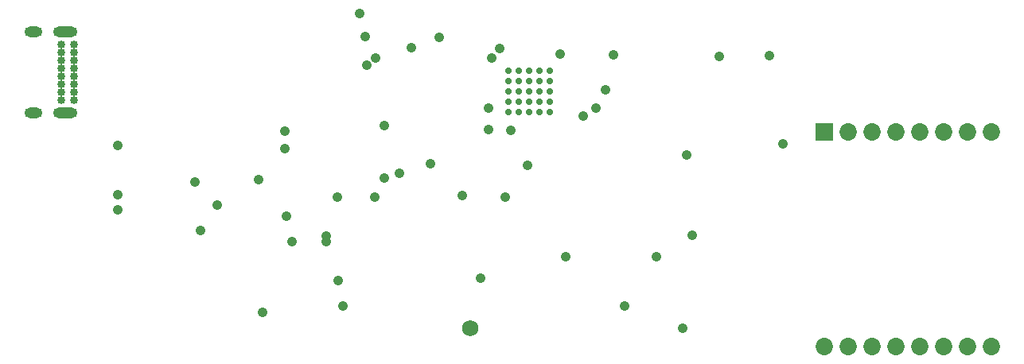
<source format=gbr>
%TF.GenerationSoftware,Altium Limited,Altium Designer,24.10.1 (45)*%
G04 Layer_Color=16711935*
%FSLAX45Y45*%
%MOMM*%
%TF.SameCoordinates,2EBBFB3B-01A8-4DF5-8D17-AA19E7DB42BB*%
%TF.FilePolarity,Negative*%
%TF.FileFunction,Soldermask,Bot*%
%TF.Part,Single*%
G01*
G75*
%TA.AperFunction,ComponentPad*%
%ADD90C,1.85320*%
%ADD91R,1.85320X1.85320*%
%TA.AperFunction,ViaPad*%
%ADD92C,1.72720*%
%TA.AperFunction,ComponentPad*%
%ADD93C,0.85320*%
%ADD94O,1.90320X1.10320*%
%ADD95O,2.60320X1.10320*%
%TA.AperFunction,ViaPad*%
%ADD96C,1.05320*%
%ADD97C,0.70320*%
D90*
X11590000Y3290001D02*
D03*
X12098000D02*
D03*
X13114000D02*
D03*
X12860001D02*
D03*
X12606000D02*
D03*
X12352000D02*
D03*
X11844000D02*
D03*
X13367999Y3293999D02*
D03*
Y5579999D02*
D03*
X11844000D02*
D03*
X12098000D02*
D03*
X12352000D02*
D03*
X12606000D02*
D03*
X12860001D02*
D03*
X13114000D02*
D03*
D91*
X11590000D02*
D03*
D92*
X7820000Y3490000D02*
D03*
D93*
X3610574Y6510000D02*
D03*
Y6425001D02*
D03*
Y6340003D02*
D03*
Y6254999D02*
D03*
Y6170000D02*
D03*
Y6085002D02*
D03*
Y5999998D02*
D03*
Y5915000D02*
D03*
X3475573D02*
D03*
Y5999998D02*
D03*
Y6085002D02*
D03*
Y6170000D02*
D03*
Y6254999D02*
D03*
Y6340003D02*
D03*
Y6425001D02*
D03*
Y6510000D02*
D03*
D94*
X3174573Y6645001D02*
D03*
Y5779999D02*
D03*
D95*
X3512576Y6645001D02*
D03*
Y5779999D02*
D03*
D96*
X9164000Y5832160D02*
D03*
X8778887Y6404180D02*
D03*
X9164320Y5831840D02*
D03*
X9260000Y6030000D02*
D03*
X9027160Y5748020D02*
D03*
X6720886Y6289863D02*
D03*
X6705200Y6590000D02*
D03*
X6650000Y6840000D02*
D03*
X8020000Y5830000D02*
D03*
X4890000Y5040000D02*
D03*
X4950000Y4530000D02*
D03*
X5130000Y4800000D02*
D03*
X5570000Y5070000D02*
D03*
X8430000Y5220000D02*
D03*
X8200000Y4880000D02*
D03*
X8020000Y5600000D02*
D03*
X7934960Y4023360D02*
D03*
X7737881Y4897120D02*
D03*
X6420000Y3990000D02*
D03*
X9350000Y6400000D02*
D03*
X10469999Y6377498D02*
D03*
X11150000Y5450000D02*
D03*
X11010000Y6390000D02*
D03*
X8840003Y4246880D02*
D03*
X9466580Y3726002D02*
D03*
X6819555Y6364615D02*
D03*
X5867400Y4676140D02*
D03*
X10129520Y5335001D02*
D03*
X8255000Y5595620D02*
D03*
X5615940Y3652520D02*
D03*
X7197882Y6474938D02*
D03*
X8138160Y6469380D02*
D03*
X5854400Y5584403D02*
D03*
X6906372Y5083272D02*
D03*
X6294999Y4471899D02*
D03*
X6471920Y3721100D02*
D03*
X7397501Y5237480D02*
D03*
X6804660Y4879340D02*
D03*
X6908800Y5642859D02*
D03*
X6408420Y4879340D02*
D03*
X7073900Y5140960D02*
D03*
X6294999Y4409999D02*
D03*
X5924398D02*
D03*
X7496642Y6587861D02*
D03*
X8050814Y6364615D02*
D03*
X9806940Y4246880D02*
D03*
X4074201Y4750598D02*
D03*
Y5435798D02*
D03*
Y4908499D02*
D03*
X10185999Y4478020D02*
D03*
X10080000Y3482340D02*
D03*
X5851205Y5400004D02*
D03*
D97*
X8230001Y5790428D02*
D03*
Y5900425D02*
D03*
Y6010427D02*
D03*
Y6120425D02*
D03*
Y6230427D02*
D03*
X8339999Y5790428D02*
D03*
Y5900425D02*
D03*
Y6010427D02*
D03*
Y6120425D02*
D03*
Y6230427D02*
D03*
X8450001Y5790428D02*
D03*
Y5900425D02*
D03*
Y6010427D02*
D03*
Y6120425D02*
D03*
Y6230427D02*
D03*
X8559998Y5790428D02*
D03*
Y5900425D02*
D03*
Y6010427D02*
D03*
Y6120425D02*
D03*
Y6230427D02*
D03*
X8670000Y5790428D02*
D03*
Y5900425D02*
D03*
Y6010427D02*
D03*
Y6120425D02*
D03*
Y6230427D02*
D03*
%TF.MD5,1063a259a057ed22129aac0ed0540c82*%
M02*

</source>
